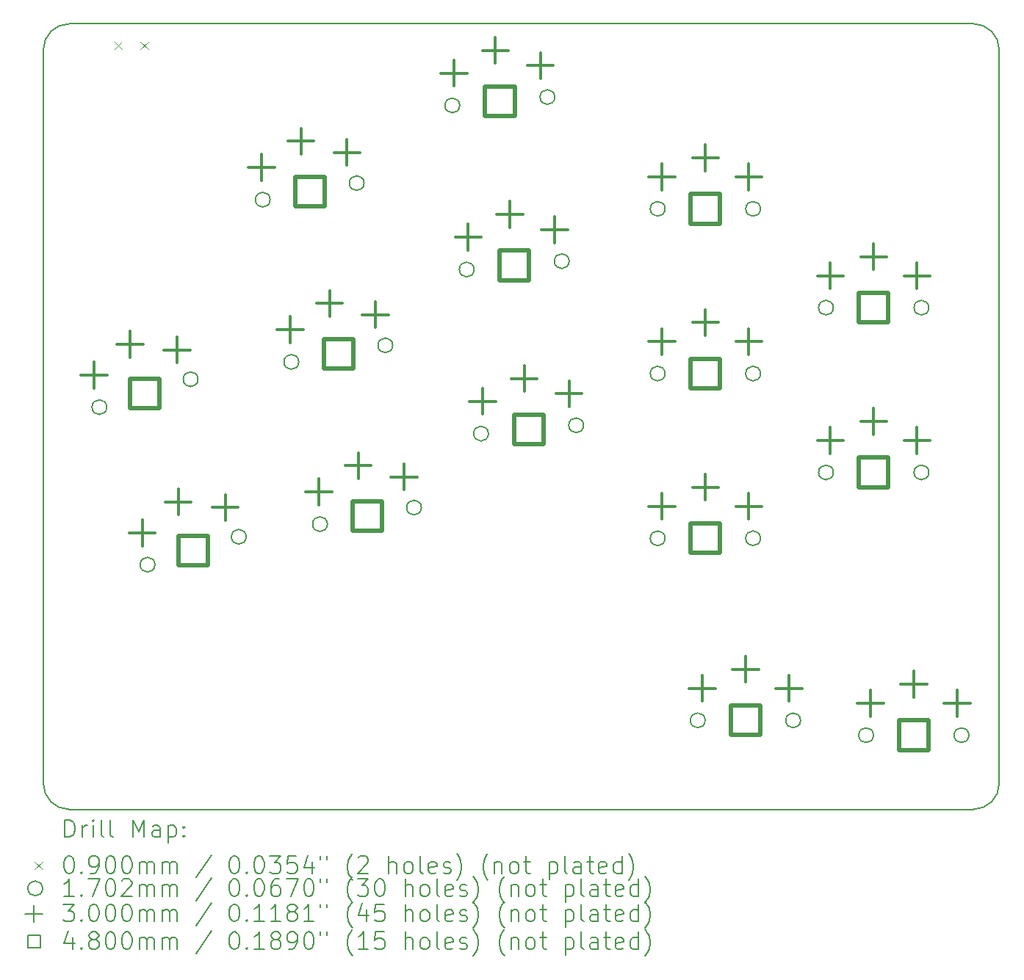
<source format=gbr>
%FSLAX45Y45*%
G04 Gerber Fmt 4.5, Leading zero omitted, Abs format (unit mm)*
G04 Created by KiCad (PCBNEW (6.0.4-0)) date 2022-07-27 10:05:46*
%MOMM*%
%LPD*%
G01*
G04 APERTURE LIST*
%TA.AperFunction,Profile*%
%ADD10C,0.150000*%
%TD*%
%ADD11C,0.200000*%
%ADD12C,0.090000*%
%ADD13C,0.170180*%
%ADD14C,0.300000*%
%ADD15C,0.480000*%
G04 APERTURE END LIST*
D10*
X19780321Y-14719637D02*
X30199060Y-14719637D01*
X19480323Y-14419637D02*
G75*
G03*
X19780321Y-14719637I299997J-3D01*
G01*
X19780321Y-5658142D02*
X30199060Y-5658142D01*
X30199060Y-14719630D02*
G75*
G03*
X30499060Y-14419637I10J299990D01*
G01*
X19480321Y-14419637D02*
X19480321Y-5958142D01*
X30499060Y-14419637D02*
X30499060Y-5958142D01*
X30499058Y-5958142D02*
G75*
G03*
X30199060Y-5658142I-299998J2D01*
G01*
X19780321Y-5658141D02*
G75*
G03*
X19480321Y-5958142I-1J-299999D01*
G01*
D11*
D12*
X20300062Y-5865642D02*
X20390062Y-5955642D01*
X20390062Y-5865642D02*
X20300062Y-5955642D01*
X20600062Y-5865642D02*
X20690062Y-5955642D01*
X20690062Y-5865642D02*
X20600062Y-5955642D01*
D13*
X20211648Y-10080056D02*
G75*
G03*
X20211648Y-10080056I-85090J0D01*
G01*
X20767154Y-11897035D02*
G75*
G03*
X20767154Y-11897035I-85090J0D01*
G01*
X21263583Y-9758447D02*
G75*
G03*
X21263583Y-9758447I-85090J0D01*
G01*
X21819090Y-11575426D02*
G75*
G03*
X21819090Y-11575426I-85090J0D01*
G01*
X22095122Y-7687353D02*
G75*
G03*
X22095122Y-7687353I-85090J0D01*
G01*
X22425053Y-9558488D02*
G75*
G03*
X22425053Y-9558488I-85090J0D01*
G01*
X22754985Y-11429623D02*
G75*
G03*
X22754985Y-11429623I-85090J0D01*
G01*
X23178410Y-7496340D02*
G75*
G03*
X23178410Y-7496340I-85090J0D01*
G01*
X23508342Y-9367475D02*
G75*
G03*
X23508342Y-9367475I-85090J0D01*
G01*
X23838273Y-11238610D02*
G75*
G03*
X23838273Y-11238610I-85090J0D01*
G01*
X24280150Y-6599801D02*
G75*
G03*
X24280150Y-6599801I-85090J0D01*
G01*
X24445746Y-8492571D02*
G75*
G03*
X24445746Y-8492571I-85090J0D01*
G01*
X24611342Y-10385341D02*
G75*
G03*
X24611342Y-10385341I-85090J0D01*
G01*
X25375964Y-6503930D02*
G75*
G03*
X25375964Y-6503930I-85090J0D01*
G01*
X25541560Y-8396700D02*
G75*
G03*
X25541560Y-8396700I-85090J0D01*
G01*
X25707156Y-10289470D02*
G75*
G03*
X25707156Y-10289470I-85090J0D01*
G01*
X26646650Y-7792678D02*
G75*
G03*
X26646650Y-7792678I-85090J0D01*
G01*
X26646650Y-9692678D02*
G75*
G03*
X26646650Y-9692678I-85090J0D01*
G01*
X26646650Y-11592678D02*
G75*
G03*
X26646650Y-11592678I-85090J0D01*
G01*
X27109150Y-13692678D02*
G75*
G03*
X27109150Y-13692678I-85090J0D01*
G01*
X27746650Y-7792678D02*
G75*
G03*
X27746650Y-7792678I-85090J0D01*
G01*
X27746650Y-9692678D02*
G75*
G03*
X27746650Y-9692678I-85090J0D01*
G01*
X27746650Y-11592678D02*
G75*
G03*
X27746650Y-11592678I-85090J0D01*
G01*
X28209150Y-13692678D02*
G75*
G03*
X28209150Y-13692678I-85090J0D01*
G01*
X28586650Y-8932678D02*
G75*
G03*
X28586650Y-8932678I-85090J0D01*
G01*
X28586650Y-10832678D02*
G75*
G03*
X28586650Y-10832678I-85090J0D01*
G01*
X29049150Y-13863678D02*
G75*
G03*
X29049150Y-13863678I-85090J0D01*
G01*
X29686650Y-8932678D02*
G75*
G03*
X29686650Y-8932678I-85090J0D01*
G01*
X29686650Y-10832678D02*
G75*
G03*
X29686650Y-10832678I-85090J0D01*
G01*
X30149150Y-13863678D02*
G75*
G03*
X30149150Y-13863678I-85090J0D01*
G01*
D14*
X20066476Y-9562521D02*
X20066476Y-9862521D01*
X19916476Y-9712521D02*
X20216476Y-9712521D01*
X20480306Y-9205948D02*
X20480306Y-9505948D01*
X20330306Y-9355948D02*
X20630306Y-9355948D01*
X20621982Y-11379500D02*
X20621982Y-11679500D01*
X20471982Y-11529500D02*
X20771982Y-11529500D01*
X21022781Y-9270150D02*
X21022781Y-9570150D01*
X20872781Y-9420150D02*
X21172781Y-9420150D01*
X21035813Y-11022927D02*
X21035813Y-11322927D01*
X20885813Y-11172927D02*
X21185813Y-11172927D01*
X21578287Y-11087129D02*
X21578287Y-11387129D01*
X21428287Y-11237129D02*
X21728287Y-11237129D01*
X21995189Y-7165236D02*
X21995189Y-7465236D01*
X21845189Y-7315236D02*
X22145189Y-7315236D01*
X22325120Y-9036371D02*
X22325120Y-9336371D01*
X22175120Y-9186371D02*
X22475120Y-9186371D01*
X22449390Y-6861754D02*
X22449390Y-7161754D01*
X22299390Y-7011754D02*
X22599390Y-7011754D01*
X22655052Y-10907506D02*
X22655052Y-11207506D01*
X22505052Y-11057506D02*
X22805052Y-11057506D01*
X22779321Y-8732889D02*
X22779321Y-9032889D01*
X22629321Y-8882889D02*
X22929321Y-8882889D01*
X22979996Y-6991588D02*
X22979996Y-7291588D01*
X22829996Y-7141588D02*
X23129996Y-7141588D01*
X23109253Y-10604024D02*
X23109253Y-10904024D01*
X22959253Y-10754024D02*
X23259253Y-10754024D01*
X23309928Y-8862723D02*
X23309928Y-9162723D01*
X23159928Y-9012723D02*
X23459928Y-9012723D01*
X23639859Y-10733857D02*
X23639859Y-11033857D01*
X23489859Y-10883857D02*
X23789859Y-10883857D01*
X24212706Y-6077807D02*
X24212706Y-6377807D01*
X24062706Y-6227807D02*
X24362706Y-6227807D01*
X24378301Y-7970577D02*
X24378301Y-8270577D01*
X24228301Y-8120577D02*
X24528301Y-8120577D01*
X24543897Y-9863347D02*
X24543897Y-10163347D01*
X24393897Y-10013347D02*
X24693897Y-10013347D01*
X24691629Y-5815066D02*
X24691629Y-6115066D01*
X24541629Y-5965066D02*
X24841629Y-5965066D01*
X24857225Y-7707836D02*
X24857225Y-8007836D01*
X24707225Y-7857836D02*
X25007225Y-7857836D01*
X25022821Y-9600606D02*
X25022821Y-9900606D01*
X24872821Y-9750606D02*
X25172821Y-9750606D01*
X25208900Y-5990651D02*
X25208900Y-6290651D01*
X25058900Y-6140651D02*
X25358900Y-6140651D01*
X25374496Y-7883421D02*
X25374496Y-8183421D01*
X25224496Y-8033421D02*
X25524496Y-8033421D01*
X25540092Y-9776191D02*
X25540092Y-10076191D01*
X25390092Y-9926191D02*
X25690092Y-9926191D01*
X26611560Y-7273637D02*
X26611560Y-7573637D01*
X26461560Y-7423637D02*
X26761560Y-7423637D01*
X26611560Y-9173637D02*
X26611560Y-9473637D01*
X26461560Y-9323637D02*
X26761560Y-9323637D01*
X26611560Y-11073637D02*
X26611560Y-11373637D01*
X26461560Y-11223637D02*
X26761560Y-11223637D01*
X27074060Y-13173637D02*
X27074060Y-13473637D01*
X26924060Y-13323637D02*
X27224060Y-13323637D01*
X27111560Y-7053637D02*
X27111560Y-7353637D01*
X26961560Y-7203637D02*
X27261560Y-7203637D01*
X27111560Y-8953637D02*
X27111560Y-9253637D01*
X26961560Y-9103637D02*
X27261560Y-9103637D01*
X27111560Y-10853637D02*
X27111560Y-11153637D01*
X26961560Y-11003637D02*
X27261560Y-11003637D01*
X27574060Y-12953637D02*
X27574060Y-13253637D01*
X27424060Y-13103637D02*
X27724060Y-13103637D01*
X27611560Y-7273637D02*
X27611560Y-7573637D01*
X27461560Y-7423637D02*
X27761560Y-7423637D01*
X27611560Y-9173637D02*
X27611560Y-9473637D01*
X27461560Y-9323637D02*
X27761560Y-9323637D01*
X27611560Y-11073637D02*
X27611560Y-11373637D01*
X27461560Y-11223637D02*
X27761560Y-11223637D01*
X28074060Y-13173637D02*
X28074060Y-13473637D01*
X27924060Y-13323637D02*
X28224060Y-13323637D01*
X28551560Y-8413637D02*
X28551560Y-8713637D01*
X28401560Y-8563637D02*
X28701560Y-8563637D01*
X28551560Y-10313637D02*
X28551560Y-10613637D01*
X28401560Y-10463637D02*
X28701560Y-10463637D01*
X29014060Y-13344637D02*
X29014060Y-13644637D01*
X28864060Y-13494637D02*
X29164060Y-13494637D01*
X29051560Y-8193637D02*
X29051560Y-8493637D01*
X28901560Y-8343637D02*
X29201560Y-8343637D01*
X29051560Y-10093637D02*
X29051560Y-10393637D01*
X28901560Y-10243637D02*
X29201560Y-10243637D01*
X29514060Y-13124637D02*
X29514060Y-13424637D01*
X29364060Y-13274637D02*
X29664060Y-13274637D01*
X29551560Y-8413637D02*
X29551560Y-8713637D01*
X29401560Y-8563637D02*
X29701560Y-8563637D01*
X29551560Y-10313637D02*
X29551560Y-10613637D01*
X29401560Y-10463637D02*
X29701560Y-10463637D01*
X30014060Y-13344637D02*
X30014060Y-13644637D01*
X29864060Y-13494637D02*
X30164060Y-13494637D01*
D15*
X20822233Y-10088959D02*
X20822233Y-9749544D01*
X20482818Y-9749544D01*
X20482818Y-10088959D01*
X20822233Y-10088959D01*
X21377739Y-11905938D02*
X21377739Y-11566523D01*
X21038325Y-11566523D01*
X21038325Y-11905938D01*
X21377739Y-11905938D01*
X22721383Y-7761554D02*
X22721383Y-7422140D01*
X22381969Y-7422140D01*
X22381969Y-7761554D01*
X22721383Y-7761554D01*
X23051315Y-9632689D02*
X23051315Y-9293274D01*
X22711900Y-9293274D01*
X22711900Y-9632689D01*
X23051315Y-9632689D01*
X23381246Y-11503824D02*
X23381246Y-11164409D01*
X23041832Y-11164409D01*
X23041832Y-11503824D01*
X23381246Y-11503824D01*
X24912674Y-6721573D02*
X24912674Y-6382159D01*
X24573260Y-6382159D01*
X24573260Y-6721573D01*
X24912674Y-6721573D01*
X25078270Y-8614343D02*
X25078270Y-8274928D01*
X24738856Y-8274928D01*
X24738856Y-8614343D01*
X25078270Y-8614343D01*
X25243866Y-10507113D02*
X25243866Y-10167698D01*
X24904452Y-10167698D01*
X24904452Y-10507113D01*
X25243866Y-10507113D01*
X27281267Y-7962385D02*
X27281267Y-7622971D01*
X26941853Y-7622971D01*
X26941853Y-7962385D01*
X27281267Y-7962385D01*
X27281267Y-9862385D02*
X27281267Y-9522971D01*
X26941853Y-9522971D01*
X26941853Y-9862385D01*
X27281267Y-9862385D01*
X27281267Y-11762385D02*
X27281267Y-11422971D01*
X26941853Y-11422971D01*
X26941853Y-11762385D01*
X27281267Y-11762385D01*
X27743767Y-13862385D02*
X27743767Y-13522971D01*
X27404353Y-13522971D01*
X27404353Y-13862385D01*
X27743767Y-13862385D01*
X29221267Y-9102385D02*
X29221267Y-8762971D01*
X28881853Y-8762971D01*
X28881853Y-9102385D01*
X29221267Y-9102385D01*
X29221267Y-11002385D02*
X29221267Y-10662971D01*
X28881853Y-10662971D01*
X28881853Y-11002385D01*
X29221267Y-11002385D01*
X29683767Y-14033385D02*
X29683767Y-13693971D01*
X29344353Y-13693971D01*
X29344353Y-14033385D01*
X29683767Y-14033385D01*
D11*
X19730440Y-15037613D02*
X19730440Y-14837613D01*
X19778059Y-14837613D01*
X19806630Y-14847137D01*
X19825678Y-14866184D01*
X19835202Y-14885232D01*
X19844726Y-14923327D01*
X19844726Y-14951899D01*
X19835202Y-14989994D01*
X19825678Y-15009041D01*
X19806630Y-15028089D01*
X19778059Y-15037613D01*
X19730440Y-15037613D01*
X19930440Y-15037613D02*
X19930440Y-14904279D01*
X19930440Y-14942375D02*
X19939964Y-14923327D01*
X19949488Y-14913803D01*
X19968535Y-14904279D01*
X19987583Y-14904279D01*
X20054249Y-15037613D02*
X20054249Y-14904279D01*
X20054249Y-14837613D02*
X20044726Y-14847137D01*
X20054249Y-14856660D01*
X20063773Y-14847137D01*
X20054249Y-14837613D01*
X20054249Y-14856660D01*
X20178059Y-15037613D02*
X20159011Y-15028089D01*
X20149488Y-15009041D01*
X20149488Y-14837613D01*
X20282821Y-15037613D02*
X20263773Y-15028089D01*
X20254249Y-15009041D01*
X20254249Y-14837613D01*
X20511392Y-15037613D02*
X20511392Y-14837613D01*
X20578059Y-14980470D01*
X20644726Y-14837613D01*
X20644726Y-15037613D01*
X20825678Y-15037613D02*
X20825678Y-14932851D01*
X20816154Y-14913803D01*
X20797107Y-14904279D01*
X20759011Y-14904279D01*
X20739964Y-14913803D01*
X20825678Y-15028089D02*
X20806630Y-15037613D01*
X20759011Y-15037613D01*
X20739964Y-15028089D01*
X20730440Y-15009041D01*
X20730440Y-14989994D01*
X20739964Y-14970946D01*
X20759011Y-14961422D01*
X20806630Y-14961422D01*
X20825678Y-14951899D01*
X20920916Y-14904279D02*
X20920916Y-15104279D01*
X20920916Y-14913803D02*
X20939964Y-14904279D01*
X20978059Y-14904279D01*
X20997107Y-14913803D01*
X21006630Y-14923327D01*
X21016154Y-14942375D01*
X21016154Y-14999518D01*
X21006630Y-15018565D01*
X20997107Y-15028089D01*
X20978059Y-15037613D01*
X20939964Y-15037613D01*
X20920916Y-15028089D01*
X21101869Y-15018565D02*
X21111392Y-15028089D01*
X21101869Y-15037613D01*
X21092345Y-15028089D01*
X21101869Y-15018565D01*
X21101869Y-15037613D01*
X21101869Y-14913803D02*
X21111392Y-14923327D01*
X21101869Y-14932851D01*
X21092345Y-14923327D01*
X21101869Y-14913803D01*
X21101869Y-14932851D01*
D12*
X19382821Y-15322137D02*
X19472821Y-15412137D01*
X19472821Y-15322137D02*
X19382821Y-15412137D01*
D11*
X19768535Y-15257613D02*
X19787583Y-15257613D01*
X19806630Y-15267137D01*
X19816154Y-15276660D01*
X19825678Y-15295708D01*
X19835202Y-15333803D01*
X19835202Y-15381422D01*
X19825678Y-15419518D01*
X19816154Y-15438565D01*
X19806630Y-15448089D01*
X19787583Y-15457613D01*
X19768535Y-15457613D01*
X19749488Y-15448089D01*
X19739964Y-15438565D01*
X19730440Y-15419518D01*
X19720916Y-15381422D01*
X19720916Y-15333803D01*
X19730440Y-15295708D01*
X19739964Y-15276660D01*
X19749488Y-15267137D01*
X19768535Y-15257613D01*
X19920916Y-15438565D02*
X19930440Y-15448089D01*
X19920916Y-15457613D01*
X19911392Y-15448089D01*
X19920916Y-15438565D01*
X19920916Y-15457613D01*
X20025678Y-15457613D02*
X20063773Y-15457613D01*
X20082821Y-15448089D01*
X20092345Y-15438565D01*
X20111392Y-15409994D01*
X20120916Y-15371899D01*
X20120916Y-15295708D01*
X20111392Y-15276660D01*
X20101869Y-15267137D01*
X20082821Y-15257613D01*
X20044726Y-15257613D01*
X20025678Y-15267137D01*
X20016154Y-15276660D01*
X20006630Y-15295708D01*
X20006630Y-15343327D01*
X20016154Y-15362375D01*
X20025678Y-15371899D01*
X20044726Y-15381422D01*
X20082821Y-15381422D01*
X20101869Y-15371899D01*
X20111392Y-15362375D01*
X20120916Y-15343327D01*
X20244726Y-15257613D02*
X20263773Y-15257613D01*
X20282821Y-15267137D01*
X20292345Y-15276660D01*
X20301869Y-15295708D01*
X20311392Y-15333803D01*
X20311392Y-15381422D01*
X20301869Y-15419518D01*
X20292345Y-15438565D01*
X20282821Y-15448089D01*
X20263773Y-15457613D01*
X20244726Y-15457613D01*
X20225678Y-15448089D01*
X20216154Y-15438565D01*
X20206630Y-15419518D01*
X20197107Y-15381422D01*
X20197107Y-15333803D01*
X20206630Y-15295708D01*
X20216154Y-15276660D01*
X20225678Y-15267137D01*
X20244726Y-15257613D01*
X20435202Y-15257613D02*
X20454249Y-15257613D01*
X20473297Y-15267137D01*
X20482821Y-15276660D01*
X20492345Y-15295708D01*
X20501869Y-15333803D01*
X20501869Y-15381422D01*
X20492345Y-15419518D01*
X20482821Y-15438565D01*
X20473297Y-15448089D01*
X20454249Y-15457613D01*
X20435202Y-15457613D01*
X20416154Y-15448089D01*
X20406630Y-15438565D01*
X20397107Y-15419518D01*
X20387583Y-15381422D01*
X20387583Y-15333803D01*
X20397107Y-15295708D01*
X20406630Y-15276660D01*
X20416154Y-15267137D01*
X20435202Y-15257613D01*
X20587583Y-15457613D02*
X20587583Y-15324279D01*
X20587583Y-15343327D02*
X20597107Y-15333803D01*
X20616154Y-15324279D01*
X20644726Y-15324279D01*
X20663773Y-15333803D01*
X20673297Y-15352851D01*
X20673297Y-15457613D01*
X20673297Y-15352851D02*
X20682821Y-15333803D01*
X20701869Y-15324279D01*
X20730440Y-15324279D01*
X20749488Y-15333803D01*
X20759011Y-15352851D01*
X20759011Y-15457613D01*
X20854249Y-15457613D02*
X20854249Y-15324279D01*
X20854249Y-15343327D02*
X20863773Y-15333803D01*
X20882821Y-15324279D01*
X20911392Y-15324279D01*
X20930440Y-15333803D01*
X20939964Y-15352851D01*
X20939964Y-15457613D01*
X20939964Y-15352851D02*
X20949488Y-15333803D01*
X20968535Y-15324279D01*
X20997107Y-15324279D01*
X21016154Y-15333803D01*
X21025678Y-15352851D01*
X21025678Y-15457613D01*
X21416154Y-15248089D02*
X21244726Y-15505232D01*
X21673297Y-15257613D02*
X21692345Y-15257613D01*
X21711392Y-15267137D01*
X21720916Y-15276660D01*
X21730440Y-15295708D01*
X21739964Y-15333803D01*
X21739964Y-15381422D01*
X21730440Y-15419518D01*
X21720916Y-15438565D01*
X21711392Y-15448089D01*
X21692345Y-15457613D01*
X21673297Y-15457613D01*
X21654249Y-15448089D01*
X21644726Y-15438565D01*
X21635202Y-15419518D01*
X21625678Y-15381422D01*
X21625678Y-15333803D01*
X21635202Y-15295708D01*
X21644726Y-15276660D01*
X21654249Y-15267137D01*
X21673297Y-15257613D01*
X21825678Y-15438565D02*
X21835202Y-15448089D01*
X21825678Y-15457613D01*
X21816154Y-15448089D01*
X21825678Y-15438565D01*
X21825678Y-15457613D01*
X21959011Y-15257613D02*
X21978059Y-15257613D01*
X21997107Y-15267137D01*
X22006630Y-15276660D01*
X22016154Y-15295708D01*
X22025678Y-15333803D01*
X22025678Y-15381422D01*
X22016154Y-15419518D01*
X22006630Y-15438565D01*
X21997107Y-15448089D01*
X21978059Y-15457613D01*
X21959011Y-15457613D01*
X21939964Y-15448089D01*
X21930440Y-15438565D01*
X21920916Y-15419518D01*
X21911392Y-15381422D01*
X21911392Y-15333803D01*
X21920916Y-15295708D01*
X21930440Y-15276660D01*
X21939964Y-15267137D01*
X21959011Y-15257613D01*
X22092345Y-15257613D02*
X22216154Y-15257613D01*
X22149488Y-15333803D01*
X22178059Y-15333803D01*
X22197107Y-15343327D01*
X22206630Y-15352851D01*
X22216154Y-15371899D01*
X22216154Y-15419518D01*
X22206630Y-15438565D01*
X22197107Y-15448089D01*
X22178059Y-15457613D01*
X22120916Y-15457613D01*
X22101869Y-15448089D01*
X22092345Y-15438565D01*
X22397107Y-15257613D02*
X22301869Y-15257613D01*
X22292345Y-15352851D01*
X22301869Y-15343327D01*
X22320916Y-15333803D01*
X22368535Y-15333803D01*
X22387583Y-15343327D01*
X22397107Y-15352851D01*
X22406630Y-15371899D01*
X22406630Y-15419518D01*
X22397107Y-15438565D01*
X22387583Y-15448089D01*
X22368535Y-15457613D01*
X22320916Y-15457613D01*
X22301869Y-15448089D01*
X22292345Y-15438565D01*
X22578059Y-15324279D02*
X22578059Y-15457613D01*
X22530440Y-15248089D02*
X22482821Y-15390946D01*
X22606630Y-15390946D01*
X22673297Y-15257613D02*
X22673297Y-15295708D01*
X22749487Y-15257613D02*
X22749487Y-15295708D01*
X23044726Y-15533803D02*
X23035202Y-15524279D01*
X23016154Y-15495708D01*
X23006630Y-15476660D01*
X22997107Y-15448089D01*
X22987583Y-15400470D01*
X22987583Y-15362375D01*
X22997107Y-15314756D01*
X23006630Y-15286184D01*
X23016154Y-15267137D01*
X23035202Y-15238565D01*
X23044726Y-15229041D01*
X23111392Y-15276660D02*
X23120916Y-15267137D01*
X23139964Y-15257613D01*
X23187583Y-15257613D01*
X23206630Y-15267137D01*
X23216154Y-15276660D01*
X23225678Y-15295708D01*
X23225678Y-15314756D01*
X23216154Y-15343327D01*
X23101868Y-15457613D01*
X23225678Y-15457613D01*
X23463773Y-15457613D02*
X23463773Y-15257613D01*
X23549487Y-15457613D02*
X23549487Y-15352851D01*
X23539964Y-15333803D01*
X23520916Y-15324279D01*
X23492345Y-15324279D01*
X23473297Y-15333803D01*
X23463773Y-15343327D01*
X23673297Y-15457613D02*
X23654249Y-15448089D01*
X23644726Y-15438565D01*
X23635202Y-15419518D01*
X23635202Y-15362375D01*
X23644726Y-15343327D01*
X23654249Y-15333803D01*
X23673297Y-15324279D01*
X23701868Y-15324279D01*
X23720916Y-15333803D01*
X23730440Y-15343327D01*
X23739964Y-15362375D01*
X23739964Y-15419518D01*
X23730440Y-15438565D01*
X23720916Y-15448089D01*
X23701868Y-15457613D01*
X23673297Y-15457613D01*
X23854249Y-15457613D02*
X23835202Y-15448089D01*
X23825678Y-15429041D01*
X23825678Y-15257613D01*
X24006630Y-15448089D02*
X23987583Y-15457613D01*
X23949487Y-15457613D01*
X23930440Y-15448089D01*
X23920916Y-15429041D01*
X23920916Y-15352851D01*
X23930440Y-15333803D01*
X23949487Y-15324279D01*
X23987583Y-15324279D01*
X24006630Y-15333803D01*
X24016154Y-15352851D01*
X24016154Y-15371899D01*
X23920916Y-15390946D01*
X24092345Y-15448089D02*
X24111392Y-15457613D01*
X24149487Y-15457613D01*
X24168535Y-15448089D01*
X24178059Y-15429041D01*
X24178059Y-15419518D01*
X24168535Y-15400470D01*
X24149487Y-15390946D01*
X24120916Y-15390946D01*
X24101868Y-15381422D01*
X24092345Y-15362375D01*
X24092345Y-15352851D01*
X24101868Y-15333803D01*
X24120916Y-15324279D01*
X24149487Y-15324279D01*
X24168535Y-15333803D01*
X24244726Y-15533803D02*
X24254249Y-15524279D01*
X24273297Y-15495708D01*
X24282821Y-15476660D01*
X24292345Y-15448089D01*
X24301868Y-15400470D01*
X24301868Y-15362375D01*
X24292345Y-15314756D01*
X24282821Y-15286184D01*
X24273297Y-15267137D01*
X24254249Y-15238565D01*
X24244726Y-15229041D01*
X24606630Y-15533803D02*
X24597107Y-15524279D01*
X24578059Y-15495708D01*
X24568535Y-15476660D01*
X24559011Y-15448089D01*
X24549487Y-15400470D01*
X24549487Y-15362375D01*
X24559011Y-15314756D01*
X24568535Y-15286184D01*
X24578059Y-15267137D01*
X24597107Y-15238565D01*
X24606630Y-15229041D01*
X24682821Y-15324279D02*
X24682821Y-15457613D01*
X24682821Y-15343327D02*
X24692345Y-15333803D01*
X24711392Y-15324279D01*
X24739964Y-15324279D01*
X24759011Y-15333803D01*
X24768535Y-15352851D01*
X24768535Y-15457613D01*
X24892345Y-15457613D02*
X24873297Y-15448089D01*
X24863773Y-15438565D01*
X24854249Y-15419518D01*
X24854249Y-15362375D01*
X24863773Y-15343327D01*
X24873297Y-15333803D01*
X24892345Y-15324279D01*
X24920916Y-15324279D01*
X24939964Y-15333803D01*
X24949487Y-15343327D01*
X24959011Y-15362375D01*
X24959011Y-15419518D01*
X24949487Y-15438565D01*
X24939964Y-15448089D01*
X24920916Y-15457613D01*
X24892345Y-15457613D01*
X25016154Y-15324279D02*
X25092345Y-15324279D01*
X25044726Y-15257613D02*
X25044726Y-15429041D01*
X25054249Y-15448089D01*
X25073297Y-15457613D01*
X25092345Y-15457613D01*
X25311392Y-15324279D02*
X25311392Y-15524279D01*
X25311392Y-15333803D02*
X25330440Y-15324279D01*
X25368535Y-15324279D01*
X25387583Y-15333803D01*
X25397107Y-15343327D01*
X25406630Y-15362375D01*
X25406630Y-15419518D01*
X25397107Y-15438565D01*
X25387583Y-15448089D01*
X25368535Y-15457613D01*
X25330440Y-15457613D01*
X25311392Y-15448089D01*
X25520916Y-15457613D02*
X25501868Y-15448089D01*
X25492345Y-15429041D01*
X25492345Y-15257613D01*
X25682821Y-15457613D02*
X25682821Y-15352851D01*
X25673297Y-15333803D01*
X25654249Y-15324279D01*
X25616154Y-15324279D01*
X25597107Y-15333803D01*
X25682821Y-15448089D02*
X25663773Y-15457613D01*
X25616154Y-15457613D01*
X25597107Y-15448089D01*
X25587583Y-15429041D01*
X25587583Y-15409994D01*
X25597107Y-15390946D01*
X25616154Y-15381422D01*
X25663773Y-15381422D01*
X25682821Y-15371899D01*
X25749487Y-15324279D02*
X25825678Y-15324279D01*
X25778059Y-15257613D02*
X25778059Y-15429041D01*
X25787583Y-15448089D01*
X25806630Y-15457613D01*
X25825678Y-15457613D01*
X25968535Y-15448089D02*
X25949487Y-15457613D01*
X25911392Y-15457613D01*
X25892345Y-15448089D01*
X25882821Y-15429041D01*
X25882821Y-15352851D01*
X25892345Y-15333803D01*
X25911392Y-15324279D01*
X25949487Y-15324279D01*
X25968535Y-15333803D01*
X25978059Y-15352851D01*
X25978059Y-15371899D01*
X25882821Y-15390946D01*
X26149487Y-15457613D02*
X26149487Y-15257613D01*
X26149487Y-15448089D02*
X26130440Y-15457613D01*
X26092345Y-15457613D01*
X26073297Y-15448089D01*
X26063773Y-15438565D01*
X26054249Y-15419518D01*
X26054249Y-15362375D01*
X26063773Y-15343327D01*
X26073297Y-15333803D01*
X26092345Y-15324279D01*
X26130440Y-15324279D01*
X26149487Y-15333803D01*
X26225678Y-15533803D02*
X26235202Y-15524279D01*
X26254249Y-15495708D01*
X26263773Y-15476660D01*
X26273297Y-15448089D01*
X26282821Y-15400470D01*
X26282821Y-15362375D01*
X26273297Y-15314756D01*
X26263773Y-15286184D01*
X26254249Y-15267137D01*
X26235202Y-15238565D01*
X26225678Y-15229041D01*
D13*
X19472821Y-15631137D02*
G75*
G03*
X19472821Y-15631137I-85090J0D01*
G01*
D11*
X19835202Y-15721613D02*
X19720916Y-15721613D01*
X19778059Y-15721613D02*
X19778059Y-15521613D01*
X19759011Y-15550184D01*
X19739964Y-15569232D01*
X19720916Y-15578756D01*
X19920916Y-15702565D02*
X19930440Y-15712089D01*
X19920916Y-15721613D01*
X19911392Y-15712089D01*
X19920916Y-15702565D01*
X19920916Y-15721613D01*
X19997107Y-15521613D02*
X20130440Y-15521613D01*
X20044726Y-15721613D01*
X20244726Y-15521613D02*
X20263773Y-15521613D01*
X20282821Y-15531137D01*
X20292345Y-15540660D01*
X20301869Y-15559708D01*
X20311392Y-15597803D01*
X20311392Y-15645422D01*
X20301869Y-15683518D01*
X20292345Y-15702565D01*
X20282821Y-15712089D01*
X20263773Y-15721613D01*
X20244726Y-15721613D01*
X20225678Y-15712089D01*
X20216154Y-15702565D01*
X20206630Y-15683518D01*
X20197107Y-15645422D01*
X20197107Y-15597803D01*
X20206630Y-15559708D01*
X20216154Y-15540660D01*
X20225678Y-15531137D01*
X20244726Y-15521613D01*
X20387583Y-15540660D02*
X20397107Y-15531137D01*
X20416154Y-15521613D01*
X20463773Y-15521613D01*
X20482821Y-15531137D01*
X20492345Y-15540660D01*
X20501869Y-15559708D01*
X20501869Y-15578756D01*
X20492345Y-15607327D01*
X20378059Y-15721613D01*
X20501869Y-15721613D01*
X20587583Y-15721613D02*
X20587583Y-15588279D01*
X20587583Y-15607327D02*
X20597107Y-15597803D01*
X20616154Y-15588279D01*
X20644726Y-15588279D01*
X20663773Y-15597803D01*
X20673297Y-15616851D01*
X20673297Y-15721613D01*
X20673297Y-15616851D02*
X20682821Y-15597803D01*
X20701869Y-15588279D01*
X20730440Y-15588279D01*
X20749488Y-15597803D01*
X20759011Y-15616851D01*
X20759011Y-15721613D01*
X20854249Y-15721613D02*
X20854249Y-15588279D01*
X20854249Y-15607327D02*
X20863773Y-15597803D01*
X20882821Y-15588279D01*
X20911392Y-15588279D01*
X20930440Y-15597803D01*
X20939964Y-15616851D01*
X20939964Y-15721613D01*
X20939964Y-15616851D02*
X20949488Y-15597803D01*
X20968535Y-15588279D01*
X20997107Y-15588279D01*
X21016154Y-15597803D01*
X21025678Y-15616851D01*
X21025678Y-15721613D01*
X21416154Y-15512089D02*
X21244726Y-15769232D01*
X21673297Y-15521613D02*
X21692345Y-15521613D01*
X21711392Y-15531137D01*
X21720916Y-15540660D01*
X21730440Y-15559708D01*
X21739964Y-15597803D01*
X21739964Y-15645422D01*
X21730440Y-15683518D01*
X21720916Y-15702565D01*
X21711392Y-15712089D01*
X21692345Y-15721613D01*
X21673297Y-15721613D01*
X21654249Y-15712089D01*
X21644726Y-15702565D01*
X21635202Y-15683518D01*
X21625678Y-15645422D01*
X21625678Y-15597803D01*
X21635202Y-15559708D01*
X21644726Y-15540660D01*
X21654249Y-15531137D01*
X21673297Y-15521613D01*
X21825678Y-15702565D02*
X21835202Y-15712089D01*
X21825678Y-15721613D01*
X21816154Y-15712089D01*
X21825678Y-15702565D01*
X21825678Y-15721613D01*
X21959011Y-15521613D02*
X21978059Y-15521613D01*
X21997107Y-15531137D01*
X22006630Y-15540660D01*
X22016154Y-15559708D01*
X22025678Y-15597803D01*
X22025678Y-15645422D01*
X22016154Y-15683518D01*
X22006630Y-15702565D01*
X21997107Y-15712089D01*
X21978059Y-15721613D01*
X21959011Y-15721613D01*
X21939964Y-15712089D01*
X21930440Y-15702565D01*
X21920916Y-15683518D01*
X21911392Y-15645422D01*
X21911392Y-15597803D01*
X21920916Y-15559708D01*
X21930440Y-15540660D01*
X21939964Y-15531137D01*
X21959011Y-15521613D01*
X22197107Y-15521613D02*
X22159011Y-15521613D01*
X22139964Y-15531137D01*
X22130440Y-15540660D01*
X22111392Y-15569232D01*
X22101869Y-15607327D01*
X22101869Y-15683518D01*
X22111392Y-15702565D01*
X22120916Y-15712089D01*
X22139964Y-15721613D01*
X22178059Y-15721613D01*
X22197107Y-15712089D01*
X22206630Y-15702565D01*
X22216154Y-15683518D01*
X22216154Y-15635899D01*
X22206630Y-15616851D01*
X22197107Y-15607327D01*
X22178059Y-15597803D01*
X22139964Y-15597803D01*
X22120916Y-15607327D01*
X22111392Y-15616851D01*
X22101869Y-15635899D01*
X22282821Y-15521613D02*
X22416154Y-15521613D01*
X22330440Y-15721613D01*
X22530440Y-15521613D02*
X22549487Y-15521613D01*
X22568535Y-15531137D01*
X22578059Y-15540660D01*
X22587583Y-15559708D01*
X22597107Y-15597803D01*
X22597107Y-15645422D01*
X22587583Y-15683518D01*
X22578059Y-15702565D01*
X22568535Y-15712089D01*
X22549487Y-15721613D01*
X22530440Y-15721613D01*
X22511392Y-15712089D01*
X22501868Y-15702565D01*
X22492345Y-15683518D01*
X22482821Y-15645422D01*
X22482821Y-15597803D01*
X22492345Y-15559708D01*
X22501868Y-15540660D01*
X22511392Y-15531137D01*
X22530440Y-15521613D01*
X22673297Y-15521613D02*
X22673297Y-15559708D01*
X22749487Y-15521613D02*
X22749487Y-15559708D01*
X23044726Y-15797803D02*
X23035202Y-15788279D01*
X23016154Y-15759708D01*
X23006630Y-15740660D01*
X22997107Y-15712089D01*
X22987583Y-15664470D01*
X22987583Y-15626375D01*
X22997107Y-15578756D01*
X23006630Y-15550184D01*
X23016154Y-15531137D01*
X23035202Y-15502565D01*
X23044726Y-15493041D01*
X23101868Y-15521613D02*
X23225678Y-15521613D01*
X23159011Y-15597803D01*
X23187583Y-15597803D01*
X23206630Y-15607327D01*
X23216154Y-15616851D01*
X23225678Y-15635899D01*
X23225678Y-15683518D01*
X23216154Y-15702565D01*
X23206630Y-15712089D01*
X23187583Y-15721613D01*
X23130440Y-15721613D01*
X23111392Y-15712089D01*
X23101868Y-15702565D01*
X23349487Y-15521613D02*
X23368535Y-15521613D01*
X23387583Y-15531137D01*
X23397107Y-15540660D01*
X23406630Y-15559708D01*
X23416154Y-15597803D01*
X23416154Y-15645422D01*
X23406630Y-15683518D01*
X23397107Y-15702565D01*
X23387583Y-15712089D01*
X23368535Y-15721613D01*
X23349487Y-15721613D01*
X23330440Y-15712089D01*
X23320916Y-15702565D01*
X23311392Y-15683518D01*
X23301868Y-15645422D01*
X23301868Y-15597803D01*
X23311392Y-15559708D01*
X23320916Y-15540660D01*
X23330440Y-15531137D01*
X23349487Y-15521613D01*
X23654249Y-15721613D02*
X23654249Y-15521613D01*
X23739964Y-15721613D02*
X23739964Y-15616851D01*
X23730440Y-15597803D01*
X23711392Y-15588279D01*
X23682821Y-15588279D01*
X23663773Y-15597803D01*
X23654249Y-15607327D01*
X23863773Y-15721613D02*
X23844726Y-15712089D01*
X23835202Y-15702565D01*
X23825678Y-15683518D01*
X23825678Y-15626375D01*
X23835202Y-15607327D01*
X23844726Y-15597803D01*
X23863773Y-15588279D01*
X23892345Y-15588279D01*
X23911392Y-15597803D01*
X23920916Y-15607327D01*
X23930440Y-15626375D01*
X23930440Y-15683518D01*
X23920916Y-15702565D01*
X23911392Y-15712089D01*
X23892345Y-15721613D01*
X23863773Y-15721613D01*
X24044726Y-15721613D02*
X24025678Y-15712089D01*
X24016154Y-15693041D01*
X24016154Y-15521613D01*
X24197107Y-15712089D02*
X24178059Y-15721613D01*
X24139964Y-15721613D01*
X24120916Y-15712089D01*
X24111392Y-15693041D01*
X24111392Y-15616851D01*
X24120916Y-15597803D01*
X24139964Y-15588279D01*
X24178059Y-15588279D01*
X24197107Y-15597803D01*
X24206630Y-15616851D01*
X24206630Y-15635899D01*
X24111392Y-15654946D01*
X24282821Y-15712089D02*
X24301868Y-15721613D01*
X24339964Y-15721613D01*
X24359011Y-15712089D01*
X24368535Y-15693041D01*
X24368535Y-15683518D01*
X24359011Y-15664470D01*
X24339964Y-15654946D01*
X24311392Y-15654946D01*
X24292345Y-15645422D01*
X24282821Y-15626375D01*
X24282821Y-15616851D01*
X24292345Y-15597803D01*
X24311392Y-15588279D01*
X24339964Y-15588279D01*
X24359011Y-15597803D01*
X24435202Y-15797803D02*
X24444726Y-15788279D01*
X24463773Y-15759708D01*
X24473297Y-15740660D01*
X24482821Y-15712089D01*
X24492345Y-15664470D01*
X24492345Y-15626375D01*
X24482821Y-15578756D01*
X24473297Y-15550184D01*
X24463773Y-15531137D01*
X24444726Y-15502565D01*
X24435202Y-15493041D01*
X24797107Y-15797803D02*
X24787583Y-15788279D01*
X24768535Y-15759708D01*
X24759011Y-15740660D01*
X24749487Y-15712089D01*
X24739964Y-15664470D01*
X24739964Y-15626375D01*
X24749487Y-15578756D01*
X24759011Y-15550184D01*
X24768535Y-15531137D01*
X24787583Y-15502565D01*
X24797107Y-15493041D01*
X24873297Y-15588279D02*
X24873297Y-15721613D01*
X24873297Y-15607327D02*
X24882821Y-15597803D01*
X24901868Y-15588279D01*
X24930440Y-15588279D01*
X24949487Y-15597803D01*
X24959011Y-15616851D01*
X24959011Y-15721613D01*
X25082821Y-15721613D02*
X25063773Y-15712089D01*
X25054249Y-15702565D01*
X25044726Y-15683518D01*
X25044726Y-15626375D01*
X25054249Y-15607327D01*
X25063773Y-15597803D01*
X25082821Y-15588279D01*
X25111392Y-15588279D01*
X25130440Y-15597803D01*
X25139964Y-15607327D01*
X25149487Y-15626375D01*
X25149487Y-15683518D01*
X25139964Y-15702565D01*
X25130440Y-15712089D01*
X25111392Y-15721613D01*
X25082821Y-15721613D01*
X25206630Y-15588279D02*
X25282821Y-15588279D01*
X25235202Y-15521613D02*
X25235202Y-15693041D01*
X25244726Y-15712089D01*
X25263773Y-15721613D01*
X25282821Y-15721613D01*
X25501868Y-15588279D02*
X25501868Y-15788279D01*
X25501868Y-15597803D02*
X25520916Y-15588279D01*
X25559011Y-15588279D01*
X25578059Y-15597803D01*
X25587583Y-15607327D01*
X25597107Y-15626375D01*
X25597107Y-15683518D01*
X25587583Y-15702565D01*
X25578059Y-15712089D01*
X25559011Y-15721613D01*
X25520916Y-15721613D01*
X25501868Y-15712089D01*
X25711392Y-15721613D02*
X25692345Y-15712089D01*
X25682821Y-15693041D01*
X25682821Y-15521613D01*
X25873297Y-15721613D02*
X25873297Y-15616851D01*
X25863773Y-15597803D01*
X25844726Y-15588279D01*
X25806630Y-15588279D01*
X25787583Y-15597803D01*
X25873297Y-15712089D02*
X25854249Y-15721613D01*
X25806630Y-15721613D01*
X25787583Y-15712089D01*
X25778059Y-15693041D01*
X25778059Y-15673994D01*
X25787583Y-15654946D01*
X25806630Y-15645422D01*
X25854249Y-15645422D01*
X25873297Y-15635899D01*
X25939964Y-15588279D02*
X26016154Y-15588279D01*
X25968535Y-15521613D02*
X25968535Y-15693041D01*
X25978059Y-15712089D01*
X25997107Y-15721613D01*
X26016154Y-15721613D01*
X26159011Y-15712089D02*
X26139964Y-15721613D01*
X26101868Y-15721613D01*
X26082821Y-15712089D01*
X26073297Y-15693041D01*
X26073297Y-15616851D01*
X26082821Y-15597803D01*
X26101868Y-15588279D01*
X26139964Y-15588279D01*
X26159011Y-15597803D01*
X26168535Y-15616851D01*
X26168535Y-15635899D01*
X26073297Y-15654946D01*
X26339964Y-15721613D02*
X26339964Y-15521613D01*
X26339964Y-15712089D02*
X26320916Y-15721613D01*
X26282821Y-15721613D01*
X26263773Y-15712089D01*
X26254249Y-15702565D01*
X26244726Y-15683518D01*
X26244726Y-15626375D01*
X26254249Y-15607327D01*
X26263773Y-15597803D01*
X26282821Y-15588279D01*
X26320916Y-15588279D01*
X26339964Y-15597803D01*
X26416154Y-15797803D02*
X26425678Y-15788279D01*
X26444726Y-15759708D01*
X26454249Y-15740660D01*
X26463773Y-15712089D01*
X26473297Y-15664470D01*
X26473297Y-15626375D01*
X26463773Y-15578756D01*
X26454249Y-15550184D01*
X26444726Y-15531137D01*
X26425678Y-15502565D01*
X26416154Y-15493041D01*
X19372821Y-15821317D02*
X19372821Y-16021317D01*
X19272821Y-15921317D02*
X19472821Y-15921317D01*
X19711392Y-15811793D02*
X19835202Y-15811793D01*
X19768535Y-15887983D01*
X19797107Y-15887983D01*
X19816154Y-15897507D01*
X19825678Y-15907031D01*
X19835202Y-15926079D01*
X19835202Y-15973698D01*
X19825678Y-15992745D01*
X19816154Y-16002269D01*
X19797107Y-16011793D01*
X19739964Y-16011793D01*
X19720916Y-16002269D01*
X19711392Y-15992745D01*
X19920916Y-15992745D02*
X19930440Y-16002269D01*
X19920916Y-16011793D01*
X19911392Y-16002269D01*
X19920916Y-15992745D01*
X19920916Y-16011793D01*
X20054249Y-15811793D02*
X20073297Y-15811793D01*
X20092345Y-15821317D01*
X20101869Y-15830840D01*
X20111392Y-15849888D01*
X20120916Y-15887983D01*
X20120916Y-15935602D01*
X20111392Y-15973698D01*
X20101869Y-15992745D01*
X20092345Y-16002269D01*
X20073297Y-16011793D01*
X20054249Y-16011793D01*
X20035202Y-16002269D01*
X20025678Y-15992745D01*
X20016154Y-15973698D01*
X20006630Y-15935602D01*
X20006630Y-15887983D01*
X20016154Y-15849888D01*
X20025678Y-15830840D01*
X20035202Y-15821317D01*
X20054249Y-15811793D01*
X20244726Y-15811793D02*
X20263773Y-15811793D01*
X20282821Y-15821317D01*
X20292345Y-15830840D01*
X20301869Y-15849888D01*
X20311392Y-15887983D01*
X20311392Y-15935602D01*
X20301869Y-15973698D01*
X20292345Y-15992745D01*
X20282821Y-16002269D01*
X20263773Y-16011793D01*
X20244726Y-16011793D01*
X20225678Y-16002269D01*
X20216154Y-15992745D01*
X20206630Y-15973698D01*
X20197107Y-15935602D01*
X20197107Y-15887983D01*
X20206630Y-15849888D01*
X20216154Y-15830840D01*
X20225678Y-15821317D01*
X20244726Y-15811793D01*
X20435202Y-15811793D02*
X20454249Y-15811793D01*
X20473297Y-15821317D01*
X20482821Y-15830840D01*
X20492345Y-15849888D01*
X20501869Y-15887983D01*
X20501869Y-15935602D01*
X20492345Y-15973698D01*
X20482821Y-15992745D01*
X20473297Y-16002269D01*
X20454249Y-16011793D01*
X20435202Y-16011793D01*
X20416154Y-16002269D01*
X20406630Y-15992745D01*
X20397107Y-15973698D01*
X20387583Y-15935602D01*
X20387583Y-15887983D01*
X20397107Y-15849888D01*
X20406630Y-15830840D01*
X20416154Y-15821317D01*
X20435202Y-15811793D01*
X20587583Y-16011793D02*
X20587583Y-15878459D01*
X20587583Y-15897507D02*
X20597107Y-15887983D01*
X20616154Y-15878459D01*
X20644726Y-15878459D01*
X20663773Y-15887983D01*
X20673297Y-15907031D01*
X20673297Y-16011793D01*
X20673297Y-15907031D02*
X20682821Y-15887983D01*
X20701869Y-15878459D01*
X20730440Y-15878459D01*
X20749488Y-15887983D01*
X20759011Y-15907031D01*
X20759011Y-16011793D01*
X20854249Y-16011793D02*
X20854249Y-15878459D01*
X20854249Y-15897507D02*
X20863773Y-15887983D01*
X20882821Y-15878459D01*
X20911392Y-15878459D01*
X20930440Y-15887983D01*
X20939964Y-15907031D01*
X20939964Y-16011793D01*
X20939964Y-15907031D02*
X20949488Y-15887983D01*
X20968535Y-15878459D01*
X20997107Y-15878459D01*
X21016154Y-15887983D01*
X21025678Y-15907031D01*
X21025678Y-16011793D01*
X21416154Y-15802269D02*
X21244726Y-16059412D01*
X21673297Y-15811793D02*
X21692345Y-15811793D01*
X21711392Y-15821317D01*
X21720916Y-15830840D01*
X21730440Y-15849888D01*
X21739964Y-15887983D01*
X21739964Y-15935602D01*
X21730440Y-15973698D01*
X21720916Y-15992745D01*
X21711392Y-16002269D01*
X21692345Y-16011793D01*
X21673297Y-16011793D01*
X21654249Y-16002269D01*
X21644726Y-15992745D01*
X21635202Y-15973698D01*
X21625678Y-15935602D01*
X21625678Y-15887983D01*
X21635202Y-15849888D01*
X21644726Y-15830840D01*
X21654249Y-15821317D01*
X21673297Y-15811793D01*
X21825678Y-15992745D02*
X21835202Y-16002269D01*
X21825678Y-16011793D01*
X21816154Y-16002269D01*
X21825678Y-15992745D01*
X21825678Y-16011793D01*
X22025678Y-16011793D02*
X21911392Y-16011793D01*
X21968535Y-16011793D02*
X21968535Y-15811793D01*
X21949488Y-15840364D01*
X21930440Y-15859412D01*
X21911392Y-15868936D01*
X22216154Y-16011793D02*
X22101869Y-16011793D01*
X22159011Y-16011793D02*
X22159011Y-15811793D01*
X22139964Y-15840364D01*
X22120916Y-15859412D01*
X22101869Y-15868936D01*
X22330440Y-15897507D02*
X22311392Y-15887983D01*
X22301869Y-15878459D01*
X22292345Y-15859412D01*
X22292345Y-15849888D01*
X22301869Y-15830840D01*
X22311392Y-15821317D01*
X22330440Y-15811793D01*
X22368535Y-15811793D01*
X22387583Y-15821317D01*
X22397107Y-15830840D01*
X22406630Y-15849888D01*
X22406630Y-15859412D01*
X22397107Y-15878459D01*
X22387583Y-15887983D01*
X22368535Y-15897507D01*
X22330440Y-15897507D01*
X22311392Y-15907031D01*
X22301869Y-15916555D01*
X22292345Y-15935602D01*
X22292345Y-15973698D01*
X22301869Y-15992745D01*
X22311392Y-16002269D01*
X22330440Y-16011793D01*
X22368535Y-16011793D01*
X22387583Y-16002269D01*
X22397107Y-15992745D01*
X22406630Y-15973698D01*
X22406630Y-15935602D01*
X22397107Y-15916555D01*
X22387583Y-15907031D01*
X22368535Y-15897507D01*
X22597107Y-16011793D02*
X22482821Y-16011793D01*
X22539964Y-16011793D02*
X22539964Y-15811793D01*
X22520916Y-15840364D01*
X22501868Y-15859412D01*
X22482821Y-15868936D01*
X22673297Y-15811793D02*
X22673297Y-15849888D01*
X22749487Y-15811793D02*
X22749487Y-15849888D01*
X23044726Y-16087983D02*
X23035202Y-16078459D01*
X23016154Y-16049888D01*
X23006630Y-16030840D01*
X22997107Y-16002269D01*
X22987583Y-15954650D01*
X22987583Y-15916555D01*
X22997107Y-15868936D01*
X23006630Y-15840364D01*
X23016154Y-15821317D01*
X23035202Y-15792745D01*
X23044726Y-15783221D01*
X23206630Y-15878459D02*
X23206630Y-16011793D01*
X23159011Y-15802269D02*
X23111392Y-15945126D01*
X23235202Y-15945126D01*
X23406630Y-15811793D02*
X23311392Y-15811793D01*
X23301868Y-15907031D01*
X23311392Y-15897507D01*
X23330440Y-15887983D01*
X23378059Y-15887983D01*
X23397107Y-15897507D01*
X23406630Y-15907031D01*
X23416154Y-15926079D01*
X23416154Y-15973698D01*
X23406630Y-15992745D01*
X23397107Y-16002269D01*
X23378059Y-16011793D01*
X23330440Y-16011793D01*
X23311392Y-16002269D01*
X23301868Y-15992745D01*
X23654249Y-16011793D02*
X23654249Y-15811793D01*
X23739964Y-16011793D02*
X23739964Y-15907031D01*
X23730440Y-15887983D01*
X23711392Y-15878459D01*
X23682821Y-15878459D01*
X23663773Y-15887983D01*
X23654249Y-15897507D01*
X23863773Y-16011793D02*
X23844726Y-16002269D01*
X23835202Y-15992745D01*
X23825678Y-15973698D01*
X23825678Y-15916555D01*
X23835202Y-15897507D01*
X23844726Y-15887983D01*
X23863773Y-15878459D01*
X23892345Y-15878459D01*
X23911392Y-15887983D01*
X23920916Y-15897507D01*
X23930440Y-15916555D01*
X23930440Y-15973698D01*
X23920916Y-15992745D01*
X23911392Y-16002269D01*
X23892345Y-16011793D01*
X23863773Y-16011793D01*
X24044726Y-16011793D02*
X24025678Y-16002269D01*
X24016154Y-15983221D01*
X24016154Y-15811793D01*
X24197107Y-16002269D02*
X24178059Y-16011793D01*
X24139964Y-16011793D01*
X24120916Y-16002269D01*
X24111392Y-15983221D01*
X24111392Y-15907031D01*
X24120916Y-15887983D01*
X24139964Y-15878459D01*
X24178059Y-15878459D01*
X24197107Y-15887983D01*
X24206630Y-15907031D01*
X24206630Y-15926079D01*
X24111392Y-15945126D01*
X24282821Y-16002269D02*
X24301868Y-16011793D01*
X24339964Y-16011793D01*
X24359011Y-16002269D01*
X24368535Y-15983221D01*
X24368535Y-15973698D01*
X24359011Y-15954650D01*
X24339964Y-15945126D01*
X24311392Y-15945126D01*
X24292345Y-15935602D01*
X24282821Y-15916555D01*
X24282821Y-15907031D01*
X24292345Y-15887983D01*
X24311392Y-15878459D01*
X24339964Y-15878459D01*
X24359011Y-15887983D01*
X24435202Y-16087983D02*
X24444726Y-16078459D01*
X24463773Y-16049888D01*
X24473297Y-16030840D01*
X24482821Y-16002269D01*
X24492345Y-15954650D01*
X24492345Y-15916555D01*
X24482821Y-15868936D01*
X24473297Y-15840364D01*
X24463773Y-15821317D01*
X24444726Y-15792745D01*
X24435202Y-15783221D01*
X24797107Y-16087983D02*
X24787583Y-16078459D01*
X24768535Y-16049888D01*
X24759011Y-16030840D01*
X24749487Y-16002269D01*
X24739964Y-15954650D01*
X24739964Y-15916555D01*
X24749487Y-15868936D01*
X24759011Y-15840364D01*
X24768535Y-15821317D01*
X24787583Y-15792745D01*
X24797107Y-15783221D01*
X24873297Y-15878459D02*
X24873297Y-16011793D01*
X24873297Y-15897507D02*
X24882821Y-15887983D01*
X24901868Y-15878459D01*
X24930440Y-15878459D01*
X24949487Y-15887983D01*
X24959011Y-15907031D01*
X24959011Y-16011793D01*
X25082821Y-16011793D02*
X25063773Y-16002269D01*
X25054249Y-15992745D01*
X25044726Y-15973698D01*
X25044726Y-15916555D01*
X25054249Y-15897507D01*
X25063773Y-15887983D01*
X25082821Y-15878459D01*
X25111392Y-15878459D01*
X25130440Y-15887983D01*
X25139964Y-15897507D01*
X25149487Y-15916555D01*
X25149487Y-15973698D01*
X25139964Y-15992745D01*
X25130440Y-16002269D01*
X25111392Y-16011793D01*
X25082821Y-16011793D01*
X25206630Y-15878459D02*
X25282821Y-15878459D01*
X25235202Y-15811793D02*
X25235202Y-15983221D01*
X25244726Y-16002269D01*
X25263773Y-16011793D01*
X25282821Y-16011793D01*
X25501868Y-15878459D02*
X25501868Y-16078459D01*
X25501868Y-15887983D02*
X25520916Y-15878459D01*
X25559011Y-15878459D01*
X25578059Y-15887983D01*
X25587583Y-15897507D01*
X25597107Y-15916555D01*
X25597107Y-15973698D01*
X25587583Y-15992745D01*
X25578059Y-16002269D01*
X25559011Y-16011793D01*
X25520916Y-16011793D01*
X25501868Y-16002269D01*
X25711392Y-16011793D02*
X25692345Y-16002269D01*
X25682821Y-15983221D01*
X25682821Y-15811793D01*
X25873297Y-16011793D02*
X25873297Y-15907031D01*
X25863773Y-15887983D01*
X25844726Y-15878459D01*
X25806630Y-15878459D01*
X25787583Y-15887983D01*
X25873297Y-16002269D02*
X25854249Y-16011793D01*
X25806630Y-16011793D01*
X25787583Y-16002269D01*
X25778059Y-15983221D01*
X25778059Y-15964174D01*
X25787583Y-15945126D01*
X25806630Y-15935602D01*
X25854249Y-15935602D01*
X25873297Y-15926079D01*
X25939964Y-15878459D02*
X26016154Y-15878459D01*
X25968535Y-15811793D02*
X25968535Y-15983221D01*
X25978059Y-16002269D01*
X25997107Y-16011793D01*
X26016154Y-16011793D01*
X26159011Y-16002269D02*
X26139964Y-16011793D01*
X26101868Y-16011793D01*
X26082821Y-16002269D01*
X26073297Y-15983221D01*
X26073297Y-15907031D01*
X26082821Y-15887983D01*
X26101868Y-15878459D01*
X26139964Y-15878459D01*
X26159011Y-15887983D01*
X26168535Y-15907031D01*
X26168535Y-15926079D01*
X26073297Y-15945126D01*
X26339964Y-16011793D02*
X26339964Y-15811793D01*
X26339964Y-16002269D02*
X26320916Y-16011793D01*
X26282821Y-16011793D01*
X26263773Y-16002269D01*
X26254249Y-15992745D01*
X26244726Y-15973698D01*
X26244726Y-15916555D01*
X26254249Y-15897507D01*
X26263773Y-15887983D01*
X26282821Y-15878459D01*
X26320916Y-15878459D01*
X26339964Y-15887983D01*
X26416154Y-16087983D02*
X26425678Y-16078459D01*
X26444726Y-16049888D01*
X26454249Y-16030840D01*
X26463773Y-16002269D01*
X26473297Y-15954650D01*
X26473297Y-15916555D01*
X26463773Y-15868936D01*
X26454249Y-15840364D01*
X26444726Y-15821317D01*
X26425678Y-15792745D01*
X26416154Y-15783221D01*
X19443532Y-16312028D02*
X19443532Y-16170605D01*
X19302110Y-16170605D01*
X19302110Y-16312028D01*
X19443532Y-16312028D01*
X19816154Y-16198459D02*
X19816154Y-16331793D01*
X19768535Y-16122269D02*
X19720916Y-16265126D01*
X19844726Y-16265126D01*
X19920916Y-16312745D02*
X19930440Y-16322269D01*
X19920916Y-16331793D01*
X19911392Y-16322269D01*
X19920916Y-16312745D01*
X19920916Y-16331793D01*
X20044726Y-16217507D02*
X20025678Y-16207983D01*
X20016154Y-16198459D01*
X20006630Y-16179412D01*
X20006630Y-16169888D01*
X20016154Y-16150840D01*
X20025678Y-16141317D01*
X20044726Y-16131793D01*
X20082821Y-16131793D01*
X20101869Y-16141317D01*
X20111392Y-16150840D01*
X20120916Y-16169888D01*
X20120916Y-16179412D01*
X20111392Y-16198459D01*
X20101869Y-16207983D01*
X20082821Y-16217507D01*
X20044726Y-16217507D01*
X20025678Y-16227031D01*
X20016154Y-16236555D01*
X20006630Y-16255602D01*
X20006630Y-16293698D01*
X20016154Y-16312745D01*
X20025678Y-16322269D01*
X20044726Y-16331793D01*
X20082821Y-16331793D01*
X20101869Y-16322269D01*
X20111392Y-16312745D01*
X20120916Y-16293698D01*
X20120916Y-16255602D01*
X20111392Y-16236555D01*
X20101869Y-16227031D01*
X20082821Y-16217507D01*
X20244726Y-16131793D02*
X20263773Y-16131793D01*
X20282821Y-16141317D01*
X20292345Y-16150840D01*
X20301869Y-16169888D01*
X20311392Y-16207983D01*
X20311392Y-16255602D01*
X20301869Y-16293698D01*
X20292345Y-16312745D01*
X20282821Y-16322269D01*
X20263773Y-16331793D01*
X20244726Y-16331793D01*
X20225678Y-16322269D01*
X20216154Y-16312745D01*
X20206630Y-16293698D01*
X20197107Y-16255602D01*
X20197107Y-16207983D01*
X20206630Y-16169888D01*
X20216154Y-16150840D01*
X20225678Y-16141317D01*
X20244726Y-16131793D01*
X20435202Y-16131793D02*
X20454249Y-16131793D01*
X20473297Y-16141317D01*
X20482821Y-16150840D01*
X20492345Y-16169888D01*
X20501869Y-16207983D01*
X20501869Y-16255602D01*
X20492345Y-16293698D01*
X20482821Y-16312745D01*
X20473297Y-16322269D01*
X20454249Y-16331793D01*
X20435202Y-16331793D01*
X20416154Y-16322269D01*
X20406630Y-16312745D01*
X20397107Y-16293698D01*
X20387583Y-16255602D01*
X20387583Y-16207983D01*
X20397107Y-16169888D01*
X20406630Y-16150840D01*
X20416154Y-16141317D01*
X20435202Y-16131793D01*
X20587583Y-16331793D02*
X20587583Y-16198459D01*
X20587583Y-16217507D02*
X20597107Y-16207983D01*
X20616154Y-16198459D01*
X20644726Y-16198459D01*
X20663773Y-16207983D01*
X20673297Y-16227031D01*
X20673297Y-16331793D01*
X20673297Y-16227031D02*
X20682821Y-16207983D01*
X20701869Y-16198459D01*
X20730440Y-16198459D01*
X20749488Y-16207983D01*
X20759011Y-16227031D01*
X20759011Y-16331793D01*
X20854249Y-16331793D02*
X20854249Y-16198459D01*
X20854249Y-16217507D02*
X20863773Y-16207983D01*
X20882821Y-16198459D01*
X20911392Y-16198459D01*
X20930440Y-16207983D01*
X20939964Y-16227031D01*
X20939964Y-16331793D01*
X20939964Y-16227031D02*
X20949488Y-16207983D01*
X20968535Y-16198459D01*
X20997107Y-16198459D01*
X21016154Y-16207983D01*
X21025678Y-16227031D01*
X21025678Y-16331793D01*
X21416154Y-16122269D02*
X21244726Y-16379412D01*
X21673297Y-16131793D02*
X21692345Y-16131793D01*
X21711392Y-16141317D01*
X21720916Y-16150840D01*
X21730440Y-16169888D01*
X21739964Y-16207983D01*
X21739964Y-16255602D01*
X21730440Y-16293698D01*
X21720916Y-16312745D01*
X21711392Y-16322269D01*
X21692345Y-16331793D01*
X21673297Y-16331793D01*
X21654249Y-16322269D01*
X21644726Y-16312745D01*
X21635202Y-16293698D01*
X21625678Y-16255602D01*
X21625678Y-16207983D01*
X21635202Y-16169888D01*
X21644726Y-16150840D01*
X21654249Y-16141317D01*
X21673297Y-16131793D01*
X21825678Y-16312745D02*
X21835202Y-16322269D01*
X21825678Y-16331793D01*
X21816154Y-16322269D01*
X21825678Y-16312745D01*
X21825678Y-16331793D01*
X22025678Y-16331793D02*
X21911392Y-16331793D01*
X21968535Y-16331793D02*
X21968535Y-16131793D01*
X21949488Y-16160364D01*
X21930440Y-16179412D01*
X21911392Y-16188936D01*
X22139964Y-16217507D02*
X22120916Y-16207983D01*
X22111392Y-16198459D01*
X22101869Y-16179412D01*
X22101869Y-16169888D01*
X22111392Y-16150840D01*
X22120916Y-16141317D01*
X22139964Y-16131793D01*
X22178059Y-16131793D01*
X22197107Y-16141317D01*
X22206630Y-16150840D01*
X22216154Y-16169888D01*
X22216154Y-16179412D01*
X22206630Y-16198459D01*
X22197107Y-16207983D01*
X22178059Y-16217507D01*
X22139964Y-16217507D01*
X22120916Y-16227031D01*
X22111392Y-16236555D01*
X22101869Y-16255602D01*
X22101869Y-16293698D01*
X22111392Y-16312745D01*
X22120916Y-16322269D01*
X22139964Y-16331793D01*
X22178059Y-16331793D01*
X22197107Y-16322269D01*
X22206630Y-16312745D01*
X22216154Y-16293698D01*
X22216154Y-16255602D01*
X22206630Y-16236555D01*
X22197107Y-16227031D01*
X22178059Y-16217507D01*
X22311392Y-16331793D02*
X22349488Y-16331793D01*
X22368535Y-16322269D01*
X22378059Y-16312745D01*
X22397107Y-16284174D01*
X22406630Y-16246079D01*
X22406630Y-16169888D01*
X22397107Y-16150840D01*
X22387583Y-16141317D01*
X22368535Y-16131793D01*
X22330440Y-16131793D01*
X22311392Y-16141317D01*
X22301869Y-16150840D01*
X22292345Y-16169888D01*
X22292345Y-16217507D01*
X22301869Y-16236555D01*
X22311392Y-16246079D01*
X22330440Y-16255602D01*
X22368535Y-16255602D01*
X22387583Y-16246079D01*
X22397107Y-16236555D01*
X22406630Y-16217507D01*
X22530440Y-16131793D02*
X22549487Y-16131793D01*
X22568535Y-16141317D01*
X22578059Y-16150840D01*
X22587583Y-16169888D01*
X22597107Y-16207983D01*
X22597107Y-16255602D01*
X22587583Y-16293698D01*
X22578059Y-16312745D01*
X22568535Y-16322269D01*
X22549487Y-16331793D01*
X22530440Y-16331793D01*
X22511392Y-16322269D01*
X22501868Y-16312745D01*
X22492345Y-16293698D01*
X22482821Y-16255602D01*
X22482821Y-16207983D01*
X22492345Y-16169888D01*
X22501868Y-16150840D01*
X22511392Y-16141317D01*
X22530440Y-16131793D01*
X22673297Y-16131793D02*
X22673297Y-16169888D01*
X22749487Y-16131793D02*
X22749487Y-16169888D01*
X23044726Y-16407983D02*
X23035202Y-16398459D01*
X23016154Y-16369888D01*
X23006630Y-16350840D01*
X22997107Y-16322269D01*
X22987583Y-16274650D01*
X22987583Y-16236555D01*
X22997107Y-16188936D01*
X23006630Y-16160364D01*
X23016154Y-16141317D01*
X23035202Y-16112745D01*
X23044726Y-16103221D01*
X23225678Y-16331793D02*
X23111392Y-16331793D01*
X23168535Y-16331793D02*
X23168535Y-16131793D01*
X23149487Y-16160364D01*
X23130440Y-16179412D01*
X23111392Y-16188936D01*
X23406630Y-16131793D02*
X23311392Y-16131793D01*
X23301868Y-16227031D01*
X23311392Y-16217507D01*
X23330440Y-16207983D01*
X23378059Y-16207983D01*
X23397107Y-16217507D01*
X23406630Y-16227031D01*
X23416154Y-16246079D01*
X23416154Y-16293698D01*
X23406630Y-16312745D01*
X23397107Y-16322269D01*
X23378059Y-16331793D01*
X23330440Y-16331793D01*
X23311392Y-16322269D01*
X23301868Y-16312745D01*
X23654249Y-16331793D02*
X23654249Y-16131793D01*
X23739964Y-16331793D02*
X23739964Y-16227031D01*
X23730440Y-16207983D01*
X23711392Y-16198459D01*
X23682821Y-16198459D01*
X23663773Y-16207983D01*
X23654249Y-16217507D01*
X23863773Y-16331793D02*
X23844726Y-16322269D01*
X23835202Y-16312745D01*
X23825678Y-16293698D01*
X23825678Y-16236555D01*
X23835202Y-16217507D01*
X23844726Y-16207983D01*
X23863773Y-16198459D01*
X23892345Y-16198459D01*
X23911392Y-16207983D01*
X23920916Y-16217507D01*
X23930440Y-16236555D01*
X23930440Y-16293698D01*
X23920916Y-16312745D01*
X23911392Y-16322269D01*
X23892345Y-16331793D01*
X23863773Y-16331793D01*
X24044726Y-16331793D02*
X24025678Y-16322269D01*
X24016154Y-16303221D01*
X24016154Y-16131793D01*
X24197107Y-16322269D02*
X24178059Y-16331793D01*
X24139964Y-16331793D01*
X24120916Y-16322269D01*
X24111392Y-16303221D01*
X24111392Y-16227031D01*
X24120916Y-16207983D01*
X24139964Y-16198459D01*
X24178059Y-16198459D01*
X24197107Y-16207983D01*
X24206630Y-16227031D01*
X24206630Y-16246079D01*
X24111392Y-16265126D01*
X24282821Y-16322269D02*
X24301868Y-16331793D01*
X24339964Y-16331793D01*
X24359011Y-16322269D01*
X24368535Y-16303221D01*
X24368535Y-16293698D01*
X24359011Y-16274650D01*
X24339964Y-16265126D01*
X24311392Y-16265126D01*
X24292345Y-16255602D01*
X24282821Y-16236555D01*
X24282821Y-16227031D01*
X24292345Y-16207983D01*
X24311392Y-16198459D01*
X24339964Y-16198459D01*
X24359011Y-16207983D01*
X24435202Y-16407983D02*
X24444726Y-16398459D01*
X24463773Y-16369888D01*
X24473297Y-16350840D01*
X24482821Y-16322269D01*
X24492345Y-16274650D01*
X24492345Y-16236555D01*
X24482821Y-16188936D01*
X24473297Y-16160364D01*
X24463773Y-16141317D01*
X24444726Y-16112745D01*
X24435202Y-16103221D01*
X24797107Y-16407983D02*
X24787583Y-16398459D01*
X24768535Y-16369888D01*
X24759011Y-16350840D01*
X24749487Y-16322269D01*
X24739964Y-16274650D01*
X24739964Y-16236555D01*
X24749487Y-16188936D01*
X24759011Y-16160364D01*
X24768535Y-16141317D01*
X24787583Y-16112745D01*
X24797107Y-16103221D01*
X24873297Y-16198459D02*
X24873297Y-16331793D01*
X24873297Y-16217507D02*
X24882821Y-16207983D01*
X24901868Y-16198459D01*
X24930440Y-16198459D01*
X24949487Y-16207983D01*
X24959011Y-16227031D01*
X24959011Y-16331793D01*
X25082821Y-16331793D02*
X25063773Y-16322269D01*
X25054249Y-16312745D01*
X25044726Y-16293698D01*
X25044726Y-16236555D01*
X25054249Y-16217507D01*
X25063773Y-16207983D01*
X25082821Y-16198459D01*
X25111392Y-16198459D01*
X25130440Y-16207983D01*
X25139964Y-16217507D01*
X25149487Y-16236555D01*
X25149487Y-16293698D01*
X25139964Y-16312745D01*
X25130440Y-16322269D01*
X25111392Y-16331793D01*
X25082821Y-16331793D01*
X25206630Y-16198459D02*
X25282821Y-16198459D01*
X25235202Y-16131793D02*
X25235202Y-16303221D01*
X25244726Y-16322269D01*
X25263773Y-16331793D01*
X25282821Y-16331793D01*
X25501868Y-16198459D02*
X25501868Y-16398459D01*
X25501868Y-16207983D02*
X25520916Y-16198459D01*
X25559011Y-16198459D01*
X25578059Y-16207983D01*
X25587583Y-16217507D01*
X25597107Y-16236555D01*
X25597107Y-16293698D01*
X25587583Y-16312745D01*
X25578059Y-16322269D01*
X25559011Y-16331793D01*
X25520916Y-16331793D01*
X25501868Y-16322269D01*
X25711392Y-16331793D02*
X25692345Y-16322269D01*
X25682821Y-16303221D01*
X25682821Y-16131793D01*
X25873297Y-16331793D02*
X25873297Y-16227031D01*
X25863773Y-16207983D01*
X25844726Y-16198459D01*
X25806630Y-16198459D01*
X25787583Y-16207983D01*
X25873297Y-16322269D02*
X25854249Y-16331793D01*
X25806630Y-16331793D01*
X25787583Y-16322269D01*
X25778059Y-16303221D01*
X25778059Y-16284174D01*
X25787583Y-16265126D01*
X25806630Y-16255602D01*
X25854249Y-16255602D01*
X25873297Y-16246079D01*
X25939964Y-16198459D02*
X26016154Y-16198459D01*
X25968535Y-16131793D02*
X25968535Y-16303221D01*
X25978059Y-16322269D01*
X25997107Y-16331793D01*
X26016154Y-16331793D01*
X26159011Y-16322269D02*
X26139964Y-16331793D01*
X26101868Y-16331793D01*
X26082821Y-16322269D01*
X26073297Y-16303221D01*
X26073297Y-16227031D01*
X26082821Y-16207983D01*
X26101868Y-16198459D01*
X26139964Y-16198459D01*
X26159011Y-16207983D01*
X26168535Y-16227031D01*
X26168535Y-16246079D01*
X26073297Y-16265126D01*
X26339964Y-16331793D02*
X26339964Y-16131793D01*
X26339964Y-16322269D02*
X26320916Y-16331793D01*
X26282821Y-16331793D01*
X26263773Y-16322269D01*
X26254249Y-16312745D01*
X26244726Y-16293698D01*
X26244726Y-16236555D01*
X26254249Y-16217507D01*
X26263773Y-16207983D01*
X26282821Y-16198459D01*
X26320916Y-16198459D01*
X26339964Y-16207983D01*
X26416154Y-16407983D02*
X26425678Y-16398459D01*
X26444726Y-16369888D01*
X26454249Y-16350840D01*
X26463773Y-16322269D01*
X26473297Y-16274650D01*
X26473297Y-16236555D01*
X26463773Y-16188936D01*
X26454249Y-16160364D01*
X26444726Y-16141317D01*
X26425678Y-16112745D01*
X26416154Y-16103221D01*
M02*

</source>
